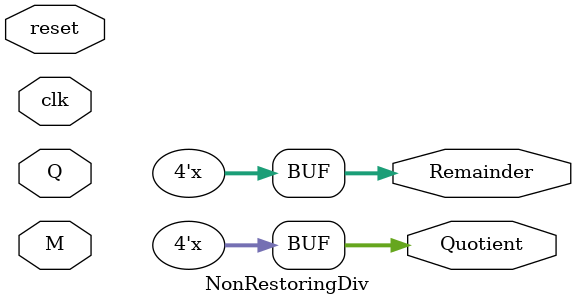
<source format=v>
`timescale 1ns / 1ps


module NonRestoringDiv(clk, reset, Q, M, Quotient, Remainder);
input clk, reset;
input [3:0] Q, M;
output reg [3:0] Quotient, Remainder;

localparam S0 = 3'd0;
localparam S1 = 3'd1;
localparam S2 = 3'd2;
localparam S3 = 3'd3;
localparam S4 = 3'd4;
localparam S5 = 3'd5;
localparam S6 = 3'd6;
localparam S7 = 3'd7;

reg [8:0] A;
reg [2:0] count;

reg [2:0] state, nextState;

always @(posedge clk or posedge reset)
begin
    if(reset)
        state <= S0;
    else
        state <= nextState;
end

always @(*)
case(state)
S0: begin
    A = {5'd0, Q};
    count = 3'd0;
    
    nextState = S1;
end

S1: begin
    A = A << 1;
    
    if(A[8])
        nextState = S2;
    else if(!A[8])
        nextState = S3;
end

S2: begin
    A[8:4] = A[8:4] + M;
    
    if(A[8])
        nextState = S4; 
    else if(!A[8])
        nextState = S5;
end

S3: begin
    A[8:4] = A[8:4] - M;
    
    if(A[8])
        nextState = S4;
    else if(!A[8])
        nextState = S5;
end

S4: begin
    A[0] = 1'b0;
    
    nextState = S6;
end

S5: begin
    A[0] = 1'b1;
    
    nextState = S6;
end

S6: begin
    count = count + 1'b1;
    
    if(count == 3'd4)
        nextState = S7;
    else if(count < 3'd4)
        nextState = S1;
end

S7: begin
    if(!A[8])
    begin
        Remainder = A[7:4];
        Quotient =  A[3:0];
    end
    
    else if(A[8])
    begin
        A[8:4] = A[8:4] + M;
        
        Remainder = A[7:4];
        Quotient =  A[3:0];   
    end   
end
endcase

endmodule

</source>
